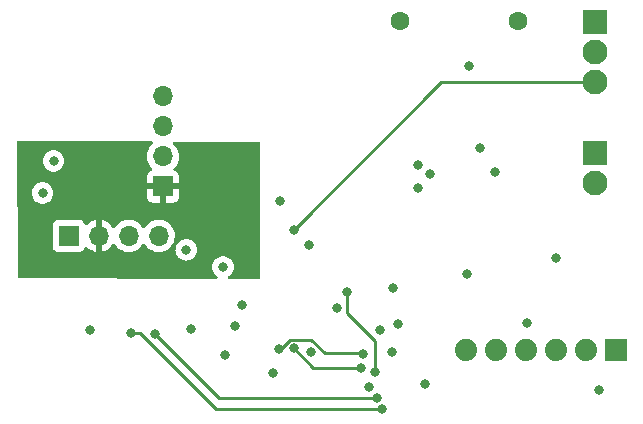
<source format=gbr>
%TF.GenerationSoftware,KiCad,Pcbnew,6.0.11-2627ca5db0~126~ubuntu22.04.1*%
%TF.CreationDate,2023-03-02T17:30:21-05:00*%
%TF.ProjectId,lin-peltier-control,6c696e2d-7065-46c7-9469-65722d636f6e,1.0*%
%TF.SameCoordinates,Original*%
%TF.FileFunction,Copper,L2,Inr*%
%TF.FilePolarity,Positive*%
%FSLAX46Y46*%
G04 Gerber Fmt 4.6, Leading zero omitted, Abs format (unit mm)*
G04 Created by KiCad (PCBNEW 6.0.11-2627ca5db0~126~ubuntu22.04.1) date 2023-03-02 17:30:21*
%MOMM*%
%LPD*%
G01*
G04 APERTURE LIST*
%TA.AperFunction,ComponentPad*%
%ADD10C,1.879600*%
%TD*%
%TA.AperFunction,ComponentPad*%
%ADD11R,1.879600X1.879600*%
%TD*%
%TA.AperFunction,ComponentPad*%
%ADD12O,1.700000X1.700000*%
%TD*%
%TA.AperFunction,ComponentPad*%
%ADD13R,1.700000X1.700000*%
%TD*%
%TA.AperFunction,ComponentPad*%
%ADD14C,1.600000*%
%TD*%
%TA.AperFunction,ComponentPad*%
%ADD15R,2.100000X2.100000*%
%TD*%
%TA.AperFunction,ComponentPad*%
%ADD16C,2.100000*%
%TD*%
%TA.AperFunction,ViaPad*%
%ADD17C,0.800000*%
%TD*%
%TA.AperFunction,Conductor*%
%ADD18C,0.250000*%
%TD*%
G04 APERTURE END LIST*
D10*
%TO.N,unconnected-(J1-Pad6)*%
%TO.C,J1*%
X213820000Y-91800000D03*
%TO.N,UPDI*%
X216360000Y-91800000D03*
%TO.N,Net-(J1-Pad4)*%
X218900000Y-91800000D03*
%TO.N,Net-(J1-Pad3)*%
X221440000Y-91800000D03*
%TO.N,unconnected-(J1-Pad2)*%
X223980000Y-91800000D03*
D11*
%TO.N,GND*%
X226520000Y-91800000D03*
%TD*%
D12*
%TO.N,unconnected-(U3-Pad4)*%
%TO.C,U3*%
X188132300Y-70302600D03*
%TO.N,+12V*%
X188132300Y-72842600D03*
%TO.N,GND*%
X188132300Y-75382600D03*
D13*
%TO.N,+5V*%
X188132300Y-77922600D03*
%TD*%
D14*
%TO.N,+BATT*%
%TO.C,F1*%
X218200000Y-63950000D03*
%TO.N,+12V*%
X208200000Y-63950000D03*
%TD*%
D13*
%TO.N,GND*%
%TO.C,J2*%
X180150000Y-82100000D03*
D12*
%TO.N,+5V*%
X182690000Y-82100000D03*
%TO.N,SDA5V*%
X185230000Y-82100000D03*
%TO.N,SCL5V*%
X187770000Y-82100000D03*
%TD*%
D15*
%TO.N,PELTIER+*%
%TO.C,J4*%
X224700000Y-75125000D03*
D16*
%TO.N,GND*%
X224700000Y-77665000D03*
%TD*%
D15*
%TO.N,+BATT*%
%TO.C,J3*%
X224700000Y-64000000D03*
D16*
%TO.N,GND*%
X224700000Y-66540000D03*
%TO.N,LIN*%
X224700000Y-69080000D03*
%TD*%
D17*
%TO.N,+3V3*%
X225090000Y-95120000D03*
%TO.N,UPDI*%
X210360000Y-94650000D03*
%TO.N,+12V*%
X218920000Y-89500000D03*
%TO.N,Net-(D4-Pad3)*%
X221430000Y-83970000D03*
%TO.N,GND*%
X198070000Y-79180000D03*
%TO.N,+5V*%
X193750000Y-81480000D03*
%TO.N,+3V3*%
X193220000Y-84730000D03*
%TO.N,GND*%
X190110000Y-83280000D03*
X194820000Y-87920000D03*
X178880000Y-75760000D03*
X177940000Y-78460000D03*
%TO.N,+5V*%
X185090000Y-78830000D03*
%TO.N,TXD*%
X200675000Y-91925000D03*
%TO.N,GND*%
X214070000Y-67690000D03*
%TO.N,SCL*%
X209730000Y-78010000D03*
%TO.N,SDA*%
X210710000Y-76854500D03*
%TO.N,SCL*%
X209730000Y-76120000D03*
%TO.N,+3V3*%
X214940000Y-74660000D03*
%TO.N,GND*%
X216280000Y-76660000D03*
X207550000Y-91950000D03*
X213850000Y-85300000D03*
X200500000Y-82850000D03*
X207600000Y-86525000D03*
X206500000Y-90050000D03*
%TO.N,LIN*%
X199200000Y-81575000D03*
%TO.N,TXD*%
X205540000Y-94940000D03*
%TO.N,~{LIN_SLP}*%
X197950000Y-91675000D03*
X205075000Y-92075000D03*
%TO.N,~{LIN_WAKE}*%
X204925000Y-93300000D03*
X199225000Y-91625000D03*
%TO.N,SDA*%
X206675000Y-96775000D03*
X185425000Y-90325000D03*
%TO.N,SCL*%
X206290576Y-95852382D03*
X187450000Y-90425000D03*
%TO.N,+3V3*%
X194225000Y-89700000D03*
X197475000Y-93675000D03*
X208025000Y-89600000D03*
X202850000Y-88175000D03*
X193350000Y-92170000D03*
X181950000Y-90050000D03*
X190550000Y-89975000D03*
%TO.N,Net-(R5-Pad1)*%
X206050000Y-93590000D03*
X203700000Y-86825000D03*
%TD*%
D18*
%TO.N,LIN*%
X199200000Y-81575000D02*
X199205000Y-81575000D01*
X199205000Y-81575000D02*
X211700000Y-69080000D01*
X211700000Y-69080000D02*
X224700000Y-69080000D01*
%TO.N,SDA*%
X185425000Y-90325000D02*
X186235000Y-90325000D01*
X186235000Y-90325000D02*
X192660000Y-96750000D01*
X192660000Y-96750000D02*
X206650000Y-96750000D01*
X206650000Y-96750000D02*
X206675000Y-96775000D01*
%TO.N,SCL*%
X187450000Y-90425000D02*
X187475000Y-90425000D01*
X187475000Y-90425000D02*
X192875000Y-95825000D01*
X192875000Y-95825000D02*
X202500000Y-95825000D01*
X202500000Y-95825000D02*
X202527382Y-95852382D01*
X202527382Y-95852382D02*
X206290576Y-95852382D01*
%TO.N,Net-(R5-Pad1)*%
X206050000Y-93590000D02*
X206050000Y-91025000D01*
X203700000Y-88675000D02*
X203700000Y-86825000D01*
X206050000Y-91025000D02*
X203700000Y-88675000D01*
%TO.N,~{LIN_SLP}*%
X200675305Y-90900000D02*
X201825305Y-92050000D01*
X205050000Y-92050000D02*
X205075000Y-92075000D01*
X201825305Y-92050000D02*
X205050000Y-92050000D01*
X198924695Y-90900000D02*
X200675305Y-90900000D01*
X197950000Y-91675000D02*
X198149695Y-91675000D01*
X198149695Y-91675000D02*
X198924695Y-90900000D01*
%TO.N,~{LIN_WAKE}*%
X200875000Y-93275000D02*
X204900000Y-93275000D01*
X199225000Y-91625000D02*
X200875000Y-93275000D01*
X204900000Y-93275000D02*
X204925000Y-93300000D01*
%TD*%
%TA.AperFunction,Conductor*%
%TO.N,+5V*%
G36*
X187198222Y-74102078D02*
G01*
X187266215Y-74122508D01*
X187312369Y-74176456D01*
X187322030Y-74246792D01*
X187292131Y-74311186D01*
X187273081Y-74328835D01*
X187259776Y-74338825D01*
X187227265Y-74363235D01*
X187072929Y-74524738D01*
X186947043Y-74709280D01*
X186931303Y-74743190D01*
X186861350Y-74893891D01*
X186852988Y-74911905D01*
X186793289Y-75127170D01*
X186769551Y-75349295D01*
X186769848Y-75354448D01*
X186769848Y-75354451D01*
X186775311Y-75449190D01*
X186782410Y-75572315D01*
X186783547Y-75577361D01*
X186783548Y-75577367D01*
X186803419Y-75665539D01*
X186831522Y-75790239D01*
X186915566Y-75997216D01*
X187032287Y-76187688D01*
X187178550Y-76356538D01*
X187182525Y-76359838D01*
X187182531Y-76359844D01*
X187187725Y-76364156D01*
X187227359Y-76423060D01*
X187228855Y-76494041D01*
X187191739Y-76554562D01*
X187151468Y-76579080D01*
X187044246Y-76619276D01*
X187028651Y-76627814D01*
X186926576Y-76704315D01*
X186914015Y-76716876D01*
X186837514Y-76818951D01*
X186828976Y-76834546D01*
X186783822Y-76954994D01*
X186780195Y-76970249D01*
X186774669Y-77021114D01*
X186774300Y-77027928D01*
X186774300Y-77650485D01*
X186778775Y-77665724D01*
X186780165Y-77666929D01*
X186787848Y-77668600D01*
X189472184Y-77668600D01*
X189487423Y-77664125D01*
X189488628Y-77662735D01*
X189490299Y-77655052D01*
X189490299Y-77027931D01*
X189489929Y-77021110D01*
X189484405Y-76970248D01*
X189480779Y-76954996D01*
X189435624Y-76834546D01*
X189427086Y-76818951D01*
X189350585Y-76716876D01*
X189338024Y-76704315D01*
X189235949Y-76627814D01*
X189220354Y-76619276D01*
X189110113Y-76577948D01*
X189053349Y-76535306D01*
X189028649Y-76468745D01*
X189043857Y-76399396D01*
X189065404Y-76370715D01*
X189166730Y-76269744D01*
X189166740Y-76269732D01*
X189170396Y-76266089D01*
X189229894Y-76183289D01*
X189297735Y-76088877D01*
X189300753Y-76084677D01*
X189370594Y-75943365D01*
X189397436Y-75889053D01*
X189397437Y-75889051D01*
X189399730Y-75884411D01*
X189464670Y-75670669D01*
X189493829Y-75449190D01*
X189495456Y-75382600D01*
X189477152Y-75159961D01*
X189422731Y-74943302D01*
X189333654Y-74738440D01*
X189212314Y-74550877D01*
X189061970Y-74385651D01*
X189002678Y-74338824D01*
X188961615Y-74280908D01*
X188958383Y-74209985D01*
X188994008Y-74148573D01*
X189057180Y-74116171D01*
X189081564Y-74113946D01*
X195558646Y-74154761D01*
X196264794Y-74159211D01*
X196332787Y-74179641D01*
X196378941Y-74233589D01*
X196390000Y-74285208D01*
X196390000Y-85613694D01*
X196369998Y-85681815D01*
X196316342Y-85728308D01*
X196263696Y-85739694D01*
X195174276Y-85737054D01*
X193771704Y-85733654D01*
X193703632Y-85713487D01*
X193657269Y-85659718D01*
X193647335Y-85589420D01*
X193676985Y-85524911D01*
X193697948Y-85505718D01*
X193825909Y-85412749D01*
X193825911Y-85412747D01*
X193831253Y-85408866D01*
X193959040Y-85266944D01*
X194054527Y-85101556D01*
X194113542Y-84919928D01*
X194133504Y-84730000D01*
X194113542Y-84540072D01*
X194054527Y-84358444D01*
X193959040Y-84193056D01*
X193953703Y-84187128D01*
X193835675Y-84056045D01*
X193835674Y-84056044D01*
X193831253Y-84051134D01*
X193676752Y-83938882D01*
X193670724Y-83936198D01*
X193670722Y-83936197D01*
X193508319Y-83863891D01*
X193508318Y-83863891D01*
X193502288Y-83861206D01*
X193408888Y-83841353D01*
X193321944Y-83822872D01*
X193321939Y-83822872D01*
X193315487Y-83821500D01*
X193124513Y-83821500D01*
X193118061Y-83822872D01*
X193118056Y-83822872D01*
X193031112Y-83841353D01*
X192937712Y-83861206D01*
X192931682Y-83863891D01*
X192931681Y-83863891D01*
X192769278Y-83936197D01*
X192769276Y-83936198D01*
X192763248Y-83938882D01*
X192608747Y-84051134D01*
X192604326Y-84056044D01*
X192604325Y-84056045D01*
X192486298Y-84187128D01*
X192480960Y-84193056D01*
X192385473Y-84358444D01*
X192326458Y-84540072D01*
X192306496Y-84730000D01*
X192326458Y-84919928D01*
X192385473Y-85101556D01*
X192480960Y-85266944D01*
X192608747Y-85408866D01*
X192738358Y-85503034D01*
X192781711Y-85559255D01*
X192787786Y-85629991D01*
X192754655Y-85692783D01*
X192692835Y-85727694D01*
X192663991Y-85730969D01*
X176014305Y-85690616D01*
X175946233Y-85670449D01*
X175899870Y-85616680D01*
X175888618Y-85566021D01*
X175859988Y-82998134D01*
X178791500Y-82998134D01*
X178798255Y-83060316D01*
X178849385Y-83196705D01*
X178936739Y-83313261D01*
X179053295Y-83400615D01*
X179189684Y-83451745D01*
X179251866Y-83458500D01*
X181048134Y-83458500D01*
X181110316Y-83451745D01*
X181246705Y-83400615D01*
X181363261Y-83313261D01*
X181450615Y-83196705D01*
X181490590Y-83090072D01*
X181494798Y-83078848D01*
X181537440Y-83022084D01*
X181604001Y-82997384D01*
X181673350Y-83012592D01*
X181708017Y-83040580D01*
X181733218Y-83069673D01*
X181740580Y-83076883D01*
X181904434Y-83212916D01*
X181912881Y-83218831D01*
X182096756Y-83326279D01*
X182106042Y-83330729D01*
X182305001Y-83406703D01*
X182314899Y-83409579D01*
X182418250Y-83430606D01*
X182432299Y-83429410D01*
X182436000Y-83419065D01*
X182436000Y-83418517D01*
X182944000Y-83418517D01*
X182948064Y-83432359D01*
X182961478Y-83434393D01*
X182968184Y-83433534D01*
X182978262Y-83431392D01*
X183182255Y-83370191D01*
X183191842Y-83366433D01*
X183383095Y-83272739D01*
X183391945Y-83267464D01*
X183565328Y-83143792D01*
X183573200Y-83137139D01*
X183724052Y-82986812D01*
X183730730Y-82978965D01*
X183858022Y-82801819D01*
X183859279Y-82802722D01*
X183906373Y-82759362D01*
X183976311Y-82747145D01*
X184041751Y-82774678D01*
X184069579Y-82806511D01*
X184129987Y-82905088D01*
X184276250Y-83073938D01*
X184448126Y-83216632D01*
X184641000Y-83329338D01*
X184849692Y-83409030D01*
X184854760Y-83410061D01*
X184854763Y-83410062D01*
X184949862Y-83429410D01*
X185068597Y-83453567D01*
X185073772Y-83453757D01*
X185073774Y-83453757D01*
X185286673Y-83461564D01*
X185286677Y-83461564D01*
X185291837Y-83461753D01*
X185296957Y-83461097D01*
X185296959Y-83461097D01*
X185508288Y-83434025D01*
X185508289Y-83434025D01*
X185513416Y-83433368D01*
X185518366Y-83431883D01*
X185722429Y-83370661D01*
X185722434Y-83370659D01*
X185727384Y-83369174D01*
X185927994Y-83270896D01*
X186109860Y-83141173D01*
X186268096Y-82983489D01*
X186398453Y-82802077D01*
X186399776Y-82803028D01*
X186446645Y-82759857D01*
X186516580Y-82747625D01*
X186582026Y-82775144D01*
X186609875Y-82806994D01*
X186669987Y-82905088D01*
X186816250Y-83073938D01*
X186988126Y-83216632D01*
X187181000Y-83329338D01*
X187389692Y-83409030D01*
X187394760Y-83410061D01*
X187394763Y-83410062D01*
X187489862Y-83429410D01*
X187608597Y-83453567D01*
X187613772Y-83453757D01*
X187613774Y-83453757D01*
X187826673Y-83461564D01*
X187826677Y-83461564D01*
X187831837Y-83461753D01*
X187836957Y-83461097D01*
X187836959Y-83461097D01*
X188048288Y-83434025D01*
X188048289Y-83434025D01*
X188053416Y-83433368D01*
X188058366Y-83431883D01*
X188262429Y-83370661D01*
X188262434Y-83370659D01*
X188267384Y-83369174D01*
X188449410Y-83280000D01*
X189196496Y-83280000D01*
X189197186Y-83286565D01*
X189214637Y-83452598D01*
X189216458Y-83469928D01*
X189275473Y-83651556D01*
X189370960Y-83816944D01*
X189375378Y-83821851D01*
X189375379Y-83821852D01*
X189413231Y-83863891D01*
X189498747Y-83958866D01*
X189653248Y-84071118D01*
X189659276Y-84073802D01*
X189659278Y-84073803D01*
X189821681Y-84146109D01*
X189827712Y-84148794D01*
X189921112Y-84168647D01*
X190008056Y-84187128D01*
X190008061Y-84187128D01*
X190014513Y-84188500D01*
X190205487Y-84188500D01*
X190211939Y-84187128D01*
X190211944Y-84187128D01*
X190298887Y-84168647D01*
X190392288Y-84148794D01*
X190398319Y-84146109D01*
X190560722Y-84073803D01*
X190560724Y-84073802D01*
X190566752Y-84071118D01*
X190721253Y-83958866D01*
X190806769Y-83863891D01*
X190844621Y-83821852D01*
X190844622Y-83821851D01*
X190849040Y-83816944D01*
X190944527Y-83651556D01*
X191003542Y-83469928D01*
X191005364Y-83452598D01*
X191022814Y-83286565D01*
X191023504Y-83280000D01*
X191016844Y-83216632D01*
X191004232Y-83096635D01*
X191004232Y-83096633D01*
X191003542Y-83090072D01*
X190944527Y-82908444D01*
X190849040Y-82743056D01*
X190721253Y-82601134D01*
X190566752Y-82488882D01*
X190560724Y-82486198D01*
X190560722Y-82486197D01*
X190398319Y-82413891D01*
X190398318Y-82413891D01*
X190392288Y-82411206D01*
X190283438Y-82388069D01*
X190211944Y-82372872D01*
X190211939Y-82372872D01*
X190205487Y-82371500D01*
X190014513Y-82371500D01*
X190008061Y-82372872D01*
X190008056Y-82372872D01*
X189936562Y-82388069D01*
X189827712Y-82411206D01*
X189821682Y-82413891D01*
X189821681Y-82413891D01*
X189659278Y-82486197D01*
X189659276Y-82486198D01*
X189653248Y-82488882D01*
X189498747Y-82601134D01*
X189370960Y-82743056D01*
X189275473Y-82908444D01*
X189216458Y-83090072D01*
X189215768Y-83096633D01*
X189215768Y-83096635D01*
X189203156Y-83216632D01*
X189196496Y-83280000D01*
X188449410Y-83280000D01*
X188467994Y-83270896D01*
X188649860Y-83141173D01*
X188808096Y-82983489D01*
X188938453Y-82802077D01*
X188951995Y-82774678D01*
X189035136Y-82606453D01*
X189035137Y-82606451D01*
X189037430Y-82601811D01*
X189094525Y-82413891D01*
X189100865Y-82393023D01*
X189100865Y-82393021D01*
X189102370Y-82388069D01*
X189131529Y-82166590D01*
X189133156Y-82100000D01*
X189114852Y-81877361D01*
X189060431Y-81660702D01*
X188971354Y-81455840D01*
X188850014Y-81268277D01*
X188699670Y-81103051D01*
X188695619Y-81099852D01*
X188695615Y-81099848D01*
X188528414Y-80967800D01*
X188528410Y-80967798D01*
X188524359Y-80964598D01*
X188488028Y-80944542D01*
X188472136Y-80935769D01*
X188328789Y-80856638D01*
X188323920Y-80854914D01*
X188323916Y-80854912D01*
X188123087Y-80783795D01*
X188123083Y-80783794D01*
X188118212Y-80782069D01*
X188113119Y-80781162D01*
X188113116Y-80781161D01*
X187903373Y-80743800D01*
X187903367Y-80743799D01*
X187898284Y-80742894D01*
X187824452Y-80741992D01*
X187680081Y-80740228D01*
X187680079Y-80740228D01*
X187674911Y-80740165D01*
X187454091Y-80773955D01*
X187241756Y-80843357D01*
X187043607Y-80946507D01*
X187039474Y-80949610D01*
X187039471Y-80949612D01*
X186869100Y-81077530D01*
X186864965Y-81080635D01*
X186710629Y-81242138D01*
X186603201Y-81399621D01*
X186548293Y-81444621D01*
X186477768Y-81452792D01*
X186414021Y-81421538D01*
X186393324Y-81397054D01*
X186312822Y-81272617D01*
X186312820Y-81272614D01*
X186310014Y-81268277D01*
X186159670Y-81103051D01*
X186155619Y-81099852D01*
X186155615Y-81099848D01*
X185988414Y-80967800D01*
X185988410Y-80967798D01*
X185984359Y-80964598D01*
X185948028Y-80944542D01*
X185932136Y-80935769D01*
X185788789Y-80856638D01*
X185783920Y-80854914D01*
X185783916Y-80854912D01*
X185583087Y-80783795D01*
X185583083Y-80783794D01*
X185578212Y-80782069D01*
X185573119Y-80781162D01*
X185573116Y-80781161D01*
X185363373Y-80743800D01*
X185363367Y-80743799D01*
X185358284Y-80742894D01*
X185284452Y-80741992D01*
X185140081Y-80740228D01*
X185140079Y-80740228D01*
X185134911Y-80740165D01*
X184914091Y-80773955D01*
X184701756Y-80843357D01*
X184503607Y-80946507D01*
X184499474Y-80949610D01*
X184499471Y-80949612D01*
X184329100Y-81077530D01*
X184324965Y-81080635D01*
X184170629Y-81242138D01*
X184063204Y-81399618D01*
X184062898Y-81400066D01*
X184007987Y-81445069D01*
X183937462Y-81453240D01*
X183873715Y-81421986D01*
X183853018Y-81397502D01*
X183772426Y-81272926D01*
X183766136Y-81264757D01*
X183622806Y-81107240D01*
X183615273Y-81100215D01*
X183448139Y-80968222D01*
X183439552Y-80962517D01*
X183253117Y-80859599D01*
X183243705Y-80855369D01*
X183042959Y-80784280D01*
X183032988Y-80781646D01*
X182961837Y-80768972D01*
X182948540Y-80770432D01*
X182944000Y-80784989D01*
X182944000Y-83418517D01*
X182436000Y-83418517D01*
X182436000Y-80783102D01*
X182432082Y-80769758D01*
X182417806Y-80767771D01*
X182379324Y-80773660D01*
X182369288Y-80776051D01*
X182166868Y-80842212D01*
X182157359Y-80846209D01*
X181968463Y-80944542D01*
X181959738Y-80950036D01*
X181789433Y-81077905D01*
X181781726Y-81084748D01*
X181704478Y-81165584D01*
X181642954Y-81201014D01*
X181572042Y-81197557D01*
X181514255Y-81156311D01*
X181495402Y-81122763D01*
X181453767Y-81011703D01*
X181450615Y-81003295D01*
X181363261Y-80886739D01*
X181246705Y-80799385D01*
X181110316Y-80748255D01*
X181048134Y-80741500D01*
X179251866Y-80741500D01*
X179189684Y-80748255D01*
X179053295Y-80799385D01*
X178936739Y-80886739D01*
X178849385Y-81003295D01*
X178798255Y-81139684D01*
X178791500Y-81201866D01*
X178791500Y-82998134D01*
X175859988Y-82998134D01*
X175836098Y-80855369D01*
X175809391Y-78460000D01*
X177026496Y-78460000D01*
X177046458Y-78649928D01*
X177105473Y-78831556D01*
X177108776Y-78837278D01*
X177108777Y-78837279D01*
X177139335Y-78890206D01*
X177200960Y-78996944D01*
X177205378Y-79001851D01*
X177205379Y-79001852D01*
X177227346Y-79026249D01*
X177328747Y-79138866D01*
X177427843Y-79210864D01*
X177448572Y-79225924D01*
X177483248Y-79251118D01*
X177489276Y-79253802D01*
X177489278Y-79253803D01*
X177651681Y-79326109D01*
X177657712Y-79328794D01*
X177751113Y-79348647D01*
X177838056Y-79367128D01*
X177838061Y-79367128D01*
X177844513Y-79368500D01*
X178035487Y-79368500D01*
X178041939Y-79367128D01*
X178041944Y-79367128D01*
X178128887Y-79348647D01*
X178222288Y-79328794D01*
X178228319Y-79326109D01*
X178390722Y-79253803D01*
X178390724Y-79253802D01*
X178396752Y-79251118D01*
X178431429Y-79225924D01*
X178452157Y-79210864D01*
X178551253Y-79138866D01*
X178652654Y-79026249D01*
X178674621Y-79001852D01*
X178674622Y-79001851D01*
X178679040Y-78996944D01*
X178740665Y-78890206D01*
X178771223Y-78837279D01*
X178771224Y-78837278D01*
X178774527Y-78831556D01*
X178779169Y-78817269D01*
X186774301Y-78817269D01*
X186774671Y-78824090D01*
X186780195Y-78874952D01*
X186783821Y-78890204D01*
X186828976Y-79010654D01*
X186837514Y-79026249D01*
X186914015Y-79128324D01*
X186926576Y-79140885D01*
X187028651Y-79217386D01*
X187044246Y-79225924D01*
X187164694Y-79271078D01*
X187179949Y-79274705D01*
X187230814Y-79280231D01*
X187237628Y-79280600D01*
X187860185Y-79280600D01*
X187875424Y-79276125D01*
X187876629Y-79274735D01*
X187878300Y-79267052D01*
X187878300Y-79262484D01*
X188386300Y-79262484D01*
X188390775Y-79277723D01*
X188392165Y-79278928D01*
X188399848Y-79280599D01*
X189026969Y-79280599D01*
X189033790Y-79280229D01*
X189084652Y-79274705D01*
X189099904Y-79271079D01*
X189220354Y-79225924D01*
X189235949Y-79217386D01*
X189338024Y-79140885D01*
X189350585Y-79128324D01*
X189427086Y-79026249D01*
X189435624Y-79010654D01*
X189480778Y-78890206D01*
X189484405Y-78874951D01*
X189489931Y-78824086D01*
X189490300Y-78817272D01*
X189490300Y-78194715D01*
X189485825Y-78179476D01*
X189484435Y-78178271D01*
X189476752Y-78176600D01*
X188404415Y-78176600D01*
X188389176Y-78181075D01*
X188387971Y-78182465D01*
X188386300Y-78190148D01*
X188386300Y-79262484D01*
X187878300Y-79262484D01*
X187878300Y-78194715D01*
X187873825Y-78179476D01*
X187872435Y-78178271D01*
X187864752Y-78176600D01*
X186792416Y-78176600D01*
X186777177Y-78181075D01*
X186775972Y-78182465D01*
X186774301Y-78190148D01*
X186774301Y-78817269D01*
X178779169Y-78817269D01*
X178833542Y-78649928D01*
X178853504Y-78460000D01*
X178833542Y-78270072D01*
X178774527Y-78088444D01*
X178679040Y-77923056D01*
X178551253Y-77781134D01*
X178396752Y-77668882D01*
X178390724Y-77666198D01*
X178390722Y-77666197D01*
X178228319Y-77593891D01*
X178228318Y-77593891D01*
X178222288Y-77591206D01*
X178128887Y-77571353D01*
X178041944Y-77552872D01*
X178041939Y-77552872D01*
X178035487Y-77551500D01*
X177844513Y-77551500D01*
X177838061Y-77552872D01*
X177838056Y-77552872D01*
X177751113Y-77571353D01*
X177657712Y-77591206D01*
X177651682Y-77593891D01*
X177651681Y-77593891D01*
X177489278Y-77666197D01*
X177489276Y-77666198D01*
X177483248Y-77668882D01*
X177328747Y-77781134D01*
X177200960Y-77923056D01*
X177105473Y-78088444D01*
X177046458Y-78270072D01*
X177026496Y-78460000D01*
X175809391Y-78460000D01*
X175779288Y-75760000D01*
X177966496Y-75760000D01*
X177986458Y-75949928D01*
X178045473Y-76131556D01*
X178140960Y-76296944D01*
X178145378Y-76301851D01*
X178145379Y-76301852D01*
X178233208Y-76399396D01*
X178268747Y-76438866D01*
X178423248Y-76551118D01*
X178429276Y-76553802D01*
X178429278Y-76553803D01*
X178576334Y-76619276D01*
X178597712Y-76628794D01*
X178691112Y-76648647D01*
X178778056Y-76667128D01*
X178778061Y-76667128D01*
X178784513Y-76668500D01*
X178975487Y-76668500D01*
X178981939Y-76667128D01*
X178981944Y-76667128D01*
X179068888Y-76648647D01*
X179162288Y-76628794D01*
X179183666Y-76619276D01*
X179330722Y-76553803D01*
X179330724Y-76553802D01*
X179336752Y-76551118D01*
X179491253Y-76438866D01*
X179526792Y-76399396D01*
X179614621Y-76301852D01*
X179614622Y-76301851D01*
X179619040Y-76296944D01*
X179714527Y-76131556D01*
X179773542Y-75949928D01*
X179793504Y-75760000D01*
X179773542Y-75570072D01*
X179714527Y-75388444D01*
X179619040Y-75223056D01*
X179491253Y-75081134D01*
X179336752Y-74968882D01*
X179330724Y-74966198D01*
X179330722Y-74966197D01*
X179168319Y-74893891D01*
X179168318Y-74893891D01*
X179162288Y-74891206D01*
X179068887Y-74871353D01*
X178981944Y-74852872D01*
X178981939Y-74852872D01*
X178975487Y-74851500D01*
X178784513Y-74851500D01*
X178778061Y-74852872D01*
X178778056Y-74852872D01*
X178691113Y-74871353D01*
X178597712Y-74891206D01*
X178591682Y-74893891D01*
X178591681Y-74893891D01*
X178429278Y-74966197D01*
X178429276Y-74966198D01*
X178423248Y-74968882D01*
X178268747Y-75081134D01*
X178140960Y-75223056D01*
X178045473Y-75388444D01*
X177986458Y-75570072D01*
X177966496Y-75760000D01*
X175779288Y-75760000D01*
X175761429Y-74158208D01*
X175780670Y-74089870D01*
X175833804Y-74042782D01*
X175888215Y-74030808D01*
X187198222Y-74102078D01*
G37*
%TD.AperFunction*%
%TD*%
M02*

</source>
